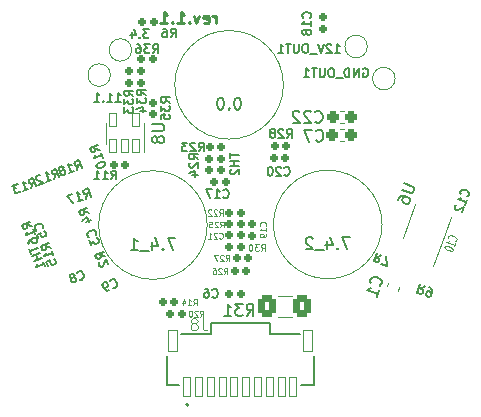
<source format=gbo>
%TF.GenerationSoftware,KiCad,Pcbnew,(6.0.5)*%
%TF.CreationDate,2022-06-17T18:07:45-04:00*%
%TF.ProjectId,Maka_BMS,4d616b61-5f42-44d5-932e-6b696361645f,rev?*%
%TF.SameCoordinates,Original*%
%TF.FileFunction,Legend,Bot*%
%TF.FilePolarity,Positive*%
%FSLAX46Y46*%
G04 Gerber Fmt 4.6, Leading zero omitted, Abs format (unit mm)*
G04 Created by KiCad (PCBNEW (6.0.5)) date 2022-06-17 18:07:45*
%MOMM*%
%LPD*%
G01*
G04 APERTURE LIST*
G04 Aperture macros list*
%AMRoundRect*
0 Rectangle with rounded corners*
0 $1 Rounding radius*
0 $2 $3 $4 $5 $6 $7 $8 $9 X,Y pos of 4 corners*
0 Add a 4 corners polygon primitive as box body*
4,1,4,$2,$3,$4,$5,$6,$7,$8,$9,$2,$3,0*
0 Add four circle primitives for the rounded corners*
1,1,$1+$1,$2,$3*
1,1,$1+$1,$4,$5*
1,1,$1+$1,$6,$7*
1,1,$1+$1,$8,$9*
0 Add four rect primitives between the rounded corners*
20,1,$1+$1,$2,$3,$4,$5,0*
20,1,$1+$1,$4,$5,$6,$7,0*
20,1,$1+$1,$6,$7,$8,$9,0*
20,1,$1+$1,$8,$9,$2,$3,0*%
G04 Aperture macros list end*
%ADD10C,0.250000*%
%ADD11C,0.125000*%
%ADD12C,0.150000*%
%ADD13C,0.120000*%
%ADD14C,0.200000*%
%ADD15RoundRect,0.197500X-0.147500X-0.172500X0.147500X-0.172500X0.147500X0.172500X-0.147500X0.172500X0*%
%ADD16RoundRect,0.197500X0.147500X0.172500X-0.147500X0.172500X-0.147500X-0.172500X0.147500X-0.172500X0*%
%ADD17RoundRect,0.197500X0.079606X0.212545X-0.197603X0.111649X-0.079606X-0.212545X0.197603X-0.111649X0*%
%ADD18RoundRect,0.197500X-0.212545X0.079606X-0.111649X-0.197603X0.212545X-0.079606X0.111649X0.197603X0*%
%ADD19RoundRect,0.197500X-0.079606X-0.212545X0.197603X-0.111649X0.079606X0.212545X-0.197603X0.111649X0*%
%ADD20C,1.600000*%
%ADD21RoundRect,0.197500X0.172500X-0.147500X0.172500X0.147500X-0.172500X0.147500X-0.172500X-0.147500X0*%
%ADD22RoundRect,0.197500X-0.172500X0.147500X-0.172500X-0.147500X0.172500X-0.147500X0.172500X0.147500X0*%
%ADD23RoundRect,0.300001X-0.462499X-0.624999X0.462499X-0.624999X0.462499X0.624999X-0.462499X0.624999X0*%
%ADD24RoundRect,0.050000X-0.300000X-0.775000X0.300000X-0.775000X0.300000X0.775000X-0.300000X0.775000X0*%
%ADD25RoundRect,0.050000X-0.400000X-0.900000X0.400000X-0.900000X0.400000X0.900000X-0.400000X0.900000X0*%
%ADD26RoundRect,0.268750X-0.165979X0.293200X-0.315613X-0.117915X0.165979X-0.293200X0.315613X0.117915X0*%
%ADD27RoundRect,0.268750X0.218750X0.256250X-0.218750X0.256250X-0.218750X-0.256250X0.218750X-0.256250X0*%
%ADD28RoundRect,0.197500X0.212545X-0.079606X0.111649X0.197603X-0.212545X0.079606X-0.111649X-0.197603X0*%
%ADD29RoundRect,0.268750X-0.218750X-0.256250X0.218750X-0.256250X0.218750X0.256250X-0.218750X0.256250X0*%
%ADD30RoundRect,0.150000X-0.119793X-0.621510X0.307732X0.553106X0.119793X0.621510X-0.307732X-0.553106X0*%
%ADD31RoundRect,0.050000X0.676700X-1.283872X1.343639X0.548529X-0.676700X1.283872X-1.343639X-0.548529X0*%
%ADD32RoundRect,0.197500X-0.111649X0.197603X-0.212545X-0.079606X0.111649X-0.197603X0.212545X0.079606X0*%
%ADD33RoundRect,0.197500X-0.197603X-0.111649X0.079606X-0.212545X0.197603X0.111649X-0.079606X0.212545X0*%
%ADD34RoundRect,0.197500X0.111649X-0.197603X0.212545X0.079606X-0.111649X0.197603X-0.212545X-0.079606X0*%
%ADD35RoundRect,0.197500X0.197603X0.111649X-0.079606X0.212545X-0.197603X-0.111649X0.079606X-0.212545X0*%
%ADD36RoundRect,0.050000X0.325000X-0.530000X0.325000X0.530000X-0.325000X0.530000X-0.325000X-0.530000X0*%
G04 APERTURE END LIST*
D10*
X150309523Y-88852380D02*
X150309523Y-88185714D01*
X150309523Y-88376190D02*
X150261904Y-88280952D01*
X150214285Y-88233333D01*
X150119047Y-88185714D01*
X150023809Y-88185714D01*
X149309523Y-88804761D02*
X149404761Y-88852380D01*
X149595238Y-88852380D01*
X149690476Y-88804761D01*
X149738095Y-88709523D01*
X149738095Y-88328571D01*
X149690476Y-88233333D01*
X149595238Y-88185714D01*
X149404761Y-88185714D01*
X149309523Y-88233333D01*
X149261904Y-88328571D01*
X149261904Y-88423809D01*
X149738095Y-88519047D01*
X148928571Y-88185714D02*
X148690476Y-88852380D01*
X148452380Y-88185714D01*
X148071428Y-88757142D02*
X148023809Y-88804761D01*
X148071428Y-88852380D01*
X148119047Y-88804761D01*
X148071428Y-88757142D01*
X148071428Y-88852380D01*
X147071428Y-88852380D02*
X147642857Y-88852380D01*
X147357142Y-88852380D02*
X147357142Y-87852380D01*
X147452380Y-87995238D01*
X147547619Y-88090476D01*
X147642857Y-88138095D01*
X146642857Y-88757142D02*
X146595238Y-88804761D01*
X146642857Y-88852380D01*
X146690476Y-88804761D01*
X146642857Y-88757142D01*
X146642857Y-88852380D01*
X145642857Y-88852380D02*
X146214285Y-88852380D01*
X145928571Y-88852380D02*
X145928571Y-87852380D01*
X146023809Y-87995238D01*
X146119047Y-88090476D01*
X146214285Y-88138095D01*
D11*
%TO.C,R14*%
X148421428Y-112726190D02*
X148588095Y-112488095D01*
X148707142Y-112726190D02*
X148707142Y-112226190D01*
X148516666Y-112226190D01*
X148469047Y-112250000D01*
X148445238Y-112273809D01*
X148421428Y-112321428D01*
X148421428Y-112392857D01*
X148445238Y-112440476D01*
X148469047Y-112464285D01*
X148516666Y-112488095D01*
X148707142Y-112488095D01*
X147945238Y-112726190D02*
X148230952Y-112726190D01*
X148088095Y-112726190D02*
X148088095Y-112226190D01*
X148135714Y-112297619D01*
X148183333Y-112345238D01*
X148230952Y-112369047D01*
X147516666Y-112392857D02*
X147516666Y-112726190D01*
X147635714Y-112202380D02*
X147754761Y-112559523D01*
X147445238Y-112559523D01*
D12*
%TO.C,R6*%
X146515000Y-90043809D02*
X146765000Y-89681904D01*
X146943571Y-90043809D02*
X146943571Y-89283809D01*
X146657857Y-89283809D01*
X146586428Y-89320000D01*
X146550714Y-89356190D01*
X146515000Y-89428571D01*
X146515000Y-89537142D01*
X146550714Y-89609523D01*
X146586428Y-89645714D01*
X146657857Y-89681904D01*
X146943571Y-89681904D01*
X145872142Y-89283809D02*
X146015000Y-89283809D01*
X146086428Y-89320000D01*
X146122142Y-89356190D01*
X146193571Y-89464761D01*
X146229285Y-89609523D01*
X146229285Y-89899047D01*
X146193571Y-89971428D01*
X146157857Y-90007619D01*
X146086428Y-90043809D01*
X145943571Y-90043809D01*
X145872142Y-90007619D01*
X145836428Y-89971428D01*
X145800714Y-89899047D01*
X145800714Y-89718095D01*
X145836428Y-89645714D01*
X145872142Y-89609523D01*
X145943571Y-89573333D01*
X146086428Y-89573333D01*
X146157857Y-89609523D01*
X146193571Y-89645714D01*
X146229285Y-89718095D01*
D11*
%TO.C,R20*%
X148996428Y-113676190D02*
X149163095Y-113438095D01*
X149282142Y-113676190D02*
X149282142Y-113176190D01*
X149091666Y-113176190D01*
X149044047Y-113200000D01*
X149020238Y-113223809D01*
X148996428Y-113271428D01*
X148996428Y-113342857D01*
X149020238Y-113390476D01*
X149044047Y-113414285D01*
X149091666Y-113438095D01*
X149282142Y-113438095D01*
X148805952Y-113223809D02*
X148782142Y-113200000D01*
X148734523Y-113176190D01*
X148615476Y-113176190D01*
X148567857Y-113200000D01*
X148544047Y-113223809D01*
X148520238Y-113271428D01*
X148520238Y-113319047D01*
X148544047Y-113390476D01*
X148829761Y-113676190D01*
X148520238Y-113676190D01*
X148210714Y-113176190D02*
X148163095Y-113176190D01*
X148115476Y-113200000D01*
X148091666Y-113223809D01*
X148067857Y-113271428D01*
X148044047Y-113366666D01*
X148044047Y-113485714D01*
X148067857Y-113580952D01*
X148091666Y-113628571D01*
X148115476Y-113652380D01*
X148163095Y-113676190D01*
X148210714Y-113676190D01*
X148258333Y-113652380D01*
X148282142Y-113628571D01*
X148305952Y-113580952D01*
X148329761Y-113485714D01*
X148329761Y-113366666D01*
X148305952Y-113271428D01*
X148282142Y-113223809D01*
X148258333Y-113200000D01*
X148210714Y-113176190D01*
D12*
%TO.C,R12*%
X136649108Y-102003921D02*
X136761881Y-101582812D01*
X137051834Y-101857341D02*
X136795318Y-101152572D01*
X136526835Y-101250292D01*
X136471929Y-101308282D01*
X136450583Y-101354058D01*
X136441453Y-101433394D01*
X136478098Y-101534075D01*
X136536089Y-101588981D01*
X136581864Y-101610326D01*
X136661200Y-101619457D01*
X136929683Y-101521737D01*
X135977899Y-102248221D02*
X136380625Y-102101641D01*
X136179262Y-102174931D02*
X135922747Y-101470162D01*
X136026513Y-101546413D01*
X136118064Y-101589104D01*
X136197399Y-101598234D01*
X135477330Y-101708293D02*
X135431555Y-101686947D01*
X135352219Y-101677817D01*
X135184417Y-101738892D01*
X135129511Y-101796882D01*
X135108165Y-101842658D01*
X135099035Y-101921994D01*
X135123465Y-101989115D01*
X135193670Y-102077581D01*
X135742976Y-102333726D01*
X135306690Y-102492521D01*
%TO.C,R13*%
X134699108Y-102793921D02*
X134811881Y-102372812D01*
X135101834Y-102647341D02*
X134845318Y-101942572D01*
X134576835Y-102040292D01*
X134521929Y-102098282D01*
X134500583Y-102144058D01*
X134491453Y-102223394D01*
X134528098Y-102324075D01*
X134586089Y-102378981D01*
X134631864Y-102400326D01*
X134711200Y-102409457D01*
X134979683Y-102311737D01*
X134027899Y-103038221D02*
X134430625Y-102891641D01*
X134229262Y-102964931D02*
X133972747Y-102260162D01*
X134076513Y-102336413D01*
X134168064Y-102379104D01*
X134247399Y-102388234D01*
X133536461Y-102418957D02*
X133100175Y-102577752D01*
X133432818Y-102760731D01*
X133332137Y-102797376D01*
X133277231Y-102855366D01*
X133255885Y-102901141D01*
X133246755Y-102980477D01*
X133307830Y-103148280D01*
X133365821Y-103203186D01*
X133411596Y-103224531D01*
X133490932Y-103233661D01*
X133692295Y-103160371D01*
X133747201Y-103102381D01*
X133768546Y-103056605D01*
%TO.C,R10*%
X140519801Y-99561642D02*
X140098692Y-99448869D01*
X140373221Y-99158916D02*
X139668452Y-99415432D01*
X139766172Y-99683915D01*
X139824162Y-99738821D01*
X139869938Y-99760167D01*
X139949274Y-99769297D01*
X140049955Y-99732652D01*
X140104861Y-99674661D01*
X140126206Y-99628886D01*
X140135337Y-99549550D01*
X140037617Y-99281067D01*
X140764101Y-100232851D02*
X140617521Y-99830125D01*
X140690811Y-100031488D02*
X139986042Y-100288003D01*
X140062293Y-100184237D01*
X140104984Y-100092686D01*
X140114114Y-100013351D01*
X140218127Y-100925652D02*
X140242557Y-100992773D01*
X140300547Y-101047679D01*
X140346323Y-101069024D01*
X140425659Y-101078155D01*
X140572116Y-101062855D01*
X140739918Y-101001780D01*
X140861945Y-100919359D01*
X140916851Y-100861369D01*
X140938196Y-100815594D01*
X140947326Y-100736258D01*
X140922896Y-100669137D01*
X140864906Y-100614231D01*
X140819130Y-100592885D01*
X140739795Y-100583755D01*
X140593338Y-100599055D01*
X140425535Y-100660130D01*
X140303509Y-100742550D01*
X140248603Y-100800540D01*
X140227257Y-100846316D01*
X140218127Y-100925652D01*
%TO.C,C9*%
X141584074Y-111233950D02*
X141629849Y-111255296D01*
X141742745Y-111252211D01*
X141809866Y-111227781D01*
X141898333Y-111157576D01*
X141941024Y-111066025D01*
X141950154Y-110986689D01*
X141934854Y-110840232D01*
X141898209Y-110739551D01*
X141815789Y-110617524D01*
X141757798Y-110562618D01*
X141666248Y-110519927D01*
X141553351Y-110523012D01*
X141486230Y-110547442D01*
X141397764Y-110617647D01*
X141376419Y-110663423D01*
X141272899Y-111423221D02*
X141138657Y-111472081D01*
X141059321Y-111462951D01*
X141013546Y-111441605D01*
X140909780Y-111365354D01*
X140827360Y-111243327D01*
X140729640Y-110974844D01*
X140738770Y-110895508D01*
X140760115Y-110849732D01*
X140815021Y-110791742D01*
X140949263Y-110742882D01*
X141028599Y-110752012D01*
X141074374Y-110773358D01*
X141132365Y-110828264D01*
X141193440Y-110996066D01*
X141184310Y-111075402D01*
X141162964Y-111121177D01*
X141108058Y-111179168D01*
X140973816Y-111228028D01*
X140894480Y-111218897D01*
X140848705Y-111197552D01*
X140790715Y-111142646D01*
%TO.C,R18*%
X138569108Y-101278921D02*
X138681881Y-100857812D01*
X138971834Y-101132341D02*
X138715318Y-100427572D01*
X138446835Y-100525292D01*
X138391929Y-100583282D01*
X138370583Y-100629058D01*
X138361453Y-100708394D01*
X138398098Y-100809075D01*
X138456089Y-100863981D01*
X138501864Y-100885326D01*
X138581200Y-100894457D01*
X138849683Y-100796737D01*
X137897899Y-101523221D02*
X138300625Y-101376641D01*
X138099262Y-101449931D02*
X137842747Y-100745162D01*
X137946513Y-100821413D01*
X138038064Y-100864104D01*
X138117399Y-100873234D01*
X137348594Y-101267076D02*
X137403500Y-101209086D01*
X137424845Y-101163310D01*
X137433975Y-101083974D01*
X137421760Y-101050414D01*
X137363770Y-100995508D01*
X137317995Y-100974162D01*
X137238659Y-100965032D01*
X137104417Y-101013892D01*
X137049511Y-101071882D01*
X137028165Y-101117658D01*
X137019035Y-101196994D01*
X137031250Y-101230554D01*
X137089240Y-101285460D01*
X137135016Y-101306806D01*
X137214352Y-101315936D01*
X137348594Y-101267076D01*
X137427930Y-101276206D01*
X137473705Y-101297552D01*
X137531695Y-101352458D01*
X137580555Y-101486700D01*
X137571425Y-101566035D01*
X137550080Y-101611811D01*
X137495174Y-101669801D01*
X137360932Y-101718661D01*
X137281596Y-101709531D01*
X137235821Y-101688186D01*
X137177830Y-101633280D01*
X137128970Y-101499038D01*
X137138101Y-101419702D01*
X137159446Y-101373926D01*
X137214352Y-101315936D01*
%TO.C,11.1*%
X141828571Y-95489285D02*
X142257142Y-95489285D01*
X142042857Y-95489285D02*
X142042857Y-94739285D01*
X142114285Y-94846428D01*
X142185714Y-94917857D01*
X142257142Y-94953571D01*
X141114285Y-95489285D02*
X141542857Y-95489285D01*
X141328571Y-95489285D02*
X141328571Y-94739285D01*
X141400000Y-94846428D01*
X141471428Y-94917857D01*
X141542857Y-94953571D01*
X140792857Y-95417857D02*
X140757142Y-95453571D01*
X140792857Y-95489285D01*
X140828571Y-95453571D01*
X140792857Y-95417857D01*
X140792857Y-95489285D01*
X140042857Y-95489285D02*
X140471428Y-95489285D01*
X140257142Y-95489285D02*
X140257142Y-94739285D01*
X140328571Y-94846428D01*
X140400000Y-94917857D01*
X140471428Y-94953571D01*
%TO.C,0.0*%
X152211904Y-95150380D02*
X152116666Y-95150380D01*
X152021428Y-95198000D01*
X151973809Y-95245619D01*
X151926190Y-95340857D01*
X151878571Y-95531333D01*
X151878571Y-95769428D01*
X151926190Y-95959904D01*
X151973809Y-96055142D01*
X152021428Y-96102761D01*
X152116666Y-96150380D01*
X152211904Y-96150380D01*
X152307142Y-96102761D01*
X152354761Y-96055142D01*
X152402380Y-95959904D01*
X152450000Y-95769428D01*
X152450000Y-95531333D01*
X152402380Y-95340857D01*
X152354761Y-95245619D01*
X152307142Y-95198000D01*
X152211904Y-95150380D01*
X151450000Y-96055142D02*
X151402380Y-96102761D01*
X151450000Y-96150380D01*
X151497619Y-96102761D01*
X151450000Y-96055142D01*
X151450000Y-96150380D01*
X150783333Y-95150380D02*
X150688095Y-95150380D01*
X150592857Y-95198000D01*
X150545238Y-95245619D01*
X150497619Y-95340857D01*
X150450000Y-95531333D01*
X150450000Y-95769428D01*
X150497619Y-95959904D01*
X150545238Y-96055142D01*
X150592857Y-96102761D01*
X150688095Y-96150380D01*
X150783333Y-96150380D01*
X150878571Y-96102761D01*
X150926190Y-96055142D01*
X150973809Y-95959904D01*
X151021428Y-95769428D01*
X151021428Y-95531333D01*
X150973809Y-95340857D01*
X150926190Y-95245619D01*
X150878571Y-95198000D01*
X150783333Y-95150380D01*
%TO.C,R23*%
X148867142Y-99689285D02*
X149117142Y-99332142D01*
X149295714Y-99689285D02*
X149295714Y-98939285D01*
X149010000Y-98939285D01*
X148938571Y-98975000D01*
X148902857Y-99010714D01*
X148867142Y-99082142D01*
X148867142Y-99189285D01*
X148902857Y-99260714D01*
X148938571Y-99296428D01*
X149010000Y-99332142D01*
X149295714Y-99332142D01*
X148581428Y-99010714D02*
X148545714Y-98975000D01*
X148474285Y-98939285D01*
X148295714Y-98939285D01*
X148224285Y-98975000D01*
X148188571Y-99010714D01*
X148152857Y-99082142D01*
X148152857Y-99153571D01*
X148188571Y-99260714D01*
X148617142Y-99689285D01*
X148152857Y-99689285D01*
X147902857Y-98939285D02*
X147438571Y-98939285D01*
X147688571Y-99225000D01*
X147581428Y-99225000D01*
X147510000Y-99260714D01*
X147474285Y-99296428D01*
X147438571Y-99367857D01*
X147438571Y-99546428D01*
X147474285Y-99617857D01*
X147510000Y-99653571D01*
X147581428Y-99689285D01*
X147795714Y-99689285D01*
X147867142Y-99653571D01*
X147902857Y-99617857D01*
%TO.C,R24*%
X148839285Y-100367857D02*
X148482142Y-100117857D01*
X148839285Y-99939285D02*
X148089285Y-99939285D01*
X148089285Y-100225000D01*
X148125000Y-100296428D01*
X148160714Y-100332142D01*
X148232142Y-100367857D01*
X148339285Y-100367857D01*
X148410714Y-100332142D01*
X148446428Y-100296428D01*
X148482142Y-100225000D01*
X148482142Y-99939285D01*
X148160714Y-100653571D02*
X148125000Y-100689285D01*
X148089285Y-100760714D01*
X148089285Y-100939285D01*
X148125000Y-101010714D01*
X148160714Y-101046428D01*
X148232142Y-101082142D01*
X148303571Y-101082142D01*
X148410714Y-101046428D01*
X148839285Y-100617857D01*
X148839285Y-101082142D01*
X148339285Y-101725000D02*
X148839285Y-101725000D01*
X148053571Y-101546428D02*
X148589285Y-101367857D01*
X148589285Y-101832142D01*
%TO.C,C17*%
X150967142Y-103567857D02*
X151002857Y-103603571D01*
X151110000Y-103639285D01*
X151181428Y-103639285D01*
X151288571Y-103603571D01*
X151360000Y-103532142D01*
X151395714Y-103460714D01*
X151431428Y-103317857D01*
X151431428Y-103210714D01*
X151395714Y-103067857D01*
X151360000Y-102996428D01*
X151288571Y-102925000D01*
X151181428Y-102889285D01*
X151110000Y-102889285D01*
X151002857Y-102925000D01*
X150967142Y-102960714D01*
X150252857Y-103639285D02*
X150681428Y-103639285D01*
X150467142Y-103639285D02*
X150467142Y-102889285D01*
X150538571Y-102996428D01*
X150610000Y-103067857D01*
X150681428Y-103103571D01*
X150002857Y-102889285D02*
X149502857Y-102889285D01*
X149824285Y-103639285D01*
%TO.C,TH2*%
X151539285Y-99785714D02*
X151539285Y-100214285D01*
X152289285Y-100000000D02*
X151539285Y-100000000D01*
X152289285Y-100464285D02*
X151539285Y-100464285D01*
X151896428Y-100464285D02*
X151896428Y-100892857D01*
X152289285Y-100892857D02*
X151539285Y-100892857D01*
X151610714Y-101214285D02*
X151575000Y-101250000D01*
X151539285Y-101321428D01*
X151539285Y-101500000D01*
X151575000Y-101571428D01*
X151610714Y-101607142D01*
X151682142Y-101642857D01*
X151753571Y-101642857D01*
X151860714Y-101607142D01*
X152289285Y-101178571D01*
X152289285Y-101642857D01*
%TO.C,12V_OUT1*%
X160378571Y-91339285D02*
X160807142Y-91339285D01*
X160592857Y-91339285D02*
X160592857Y-90589285D01*
X160664285Y-90696428D01*
X160735714Y-90767857D01*
X160807142Y-90803571D01*
X160092857Y-90660714D02*
X160057142Y-90625000D01*
X159985714Y-90589285D01*
X159807142Y-90589285D01*
X159735714Y-90625000D01*
X159700000Y-90660714D01*
X159664285Y-90732142D01*
X159664285Y-90803571D01*
X159700000Y-90910714D01*
X160128571Y-91339285D01*
X159664285Y-91339285D01*
X159450000Y-90589285D02*
X159200000Y-91339285D01*
X158950000Y-90589285D01*
X158878571Y-91410714D02*
X158307142Y-91410714D01*
X157985714Y-90589285D02*
X157842857Y-90589285D01*
X157771428Y-90625000D01*
X157700000Y-90696428D01*
X157664285Y-90839285D01*
X157664285Y-91089285D01*
X157700000Y-91232142D01*
X157771428Y-91303571D01*
X157842857Y-91339285D01*
X157985714Y-91339285D01*
X158057142Y-91303571D01*
X158128571Y-91232142D01*
X158164285Y-91089285D01*
X158164285Y-90839285D01*
X158128571Y-90696428D01*
X158057142Y-90625000D01*
X157985714Y-90589285D01*
X157342857Y-90589285D02*
X157342857Y-91196428D01*
X157307142Y-91267857D01*
X157271428Y-91303571D01*
X157200000Y-91339285D01*
X157057142Y-91339285D01*
X156985714Y-91303571D01*
X156950000Y-91267857D01*
X156914285Y-91196428D01*
X156914285Y-90589285D01*
X156664285Y-90589285D02*
X156235714Y-90589285D01*
X156450000Y-91339285D02*
X156450000Y-90589285D01*
X155592857Y-91339285D02*
X156021428Y-91339285D01*
X155807142Y-91339285D02*
X155807142Y-90589285D01*
X155878571Y-90696428D01*
X155950000Y-90767857D01*
X156021428Y-90803571D01*
%TO.C,GND_OUT1*%
X162785714Y-92675000D02*
X162857142Y-92639285D01*
X162964285Y-92639285D01*
X163071428Y-92675000D01*
X163142857Y-92746428D01*
X163178571Y-92817857D01*
X163214285Y-92960714D01*
X163214285Y-93067857D01*
X163178571Y-93210714D01*
X163142857Y-93282142D01*
X163071428Y-93353571D01*
X162964285Y-93389285D01*
X162892857Y-93389285D01*
X162785714Y-93353571D01*
X162750000Y-93317857D01*
X162750000Y-93067857D01*
X162892857Y-93067857D01*
X162428571Y-93389285D02*
X162428571Y-92639285D01*
X162000000Y-93389285D01*
X162000000Y-92639285D01*
X161642857Y-93389285D02*
X161642857Y-92639285D01*
X161464285Y-92639285D01*
X161357142Y-92675000D01*
X161285714Y-92746428D01*
X161250000Y-92817857D01*
X161214285Y-92960714D01*
X161214285Y-93067857D01*
X161250000Y-93210714D01*
X161285714Y-93282142D01*
X161357142Y-93353571D01*
X161464285Y-93389285D01*
X161642857Y-93389285D01*
X161071428Y-93460714D02*
X160500000Y-93460714D01*
X160178571Y-92639285D02*
X160035714Y-92639285D01*
X159964285Y-92675000D01*
X159892857Y-92746428D01*
X159857142Y-92889285D01*
X159857142Y-93139285D01*
X159892857Y-93282142D01*
X159964285Y-93353571D01*
X160035714Y-93389285D01*
X160178571Y-93389285D01*
X160250000Y-93353571D01*
X160321428Y-93282142D01*
X160357142Y-93139285D01*
X160357142Y-92889285D01*
X160321428Y-92746428D01*
X160250000Y-92675000D01*
X160178571Y-92639285D01*
X159535714Y-92639285D02*
X159535714Y-93246428D01*
X159500000Y-93317857D01*
X159464285Y-93353571D01*
X159392857Y-93389285D01*
X159250000Y-93389285D01*
X159178571Y-93353571D01*
X159142857Y-93317857D01*
X159107142Y-93246428D01*
X159107142Y-92639285D01*
X158857142Y-92639285D02*
X158428571Y-92639285D01*
X158642857Y-93389285D02*
X158642857Y-92639285D01*
X157785714Y-93389285D02*
X158214285Y-93389285D01*
X158000000Y-93389285D02*
X158000000Y-92639285D01*
X158071428Y-92746428D01*
X158142857Y-92817857D01*
X158214285Y-92853571D01*
%TO.C,R2*%
X140976071Y-108566495D02*
X140554962Y-108453722D01*
X140829491Y-108163770D02*
X140124722Y-108420285D01*
X140222442Y-108688769D01*
X140280432Y-108743675D01*
X140326208Y-108765020D01*
X140405544Y-108774150D01*
X140506225Y-108737505D01*
X140561131Y-108679515D01*
X140582476Y-108633740D01*
X140591607Y-108554404D01*
X140493887Y-108285920D01*
X140436143Y-109067064D02*
X140414797Y-109112840D01*
X140405667Y-109192175D01*
X140466742Y-109359978D01*
X140524732Y-109414884D01*
X140570508Y-109436229D01*
X140649844Y-109445359D01*
X140716965Y-109420929D01*
X140805431Y-109350724D01*
X141061576Y-108801419D01*
X141220371Y-109237704D01*
%TO.C,R31*%
X152942857Y-113602380D02*
X153276190Y-113126190D01*
X153514285Y-113602380D02*
X153514285Y-112602380D01*
X153133333Y-112602380D01*
X153038095Y-112650000D01*
X152990476Y-112697619D01*
X152942857Y-112792857D01*
X152942857Y-112935714D01*
X152990476Y-113030952D01*
X153038095Y-113078571D01*
X153133333Y-113126190D01*
X153514285Y-113126190D01*
X152609523Y-112602380D02*
X151990476Y-112602380D01*
X152323809Y-112983333D01*
X152180952Y-112983333D01*
X152085714Y-113030952D01*
X152038095Y-113078571D01*
X151990476Y-113173809D01*
X151990476Y-113411904D01*
X152038095Y-113507142D01*
X152085714Y-113554761D01*
X152180952Y-113602380D01*
X152466666Y-113602380D01*
X152561904Y-113554761D01*
X152609523Y-113507142D01*
X151038095Y-113602380D02*
X151609523Y-113602380D01*
X151323809Y-113602380D02*
X151323809Y-112602380D01*
X151419047Y-112745238D01*
X151514285Y-112840476D01*
X151609523Y-112888095D01*
%TO.C,3.4*%
X144655714Y-89349285D02*
X144191428Y-89349285D01*
X144441428Y-89635000D01*
X144334285Y-89635000D01*
X144262857Y-89670714D01*
X144227142Y-89706428D01*
X144191428Y-89777857D01*
X144191428Y-89956428D01*
X144227142Y-90027857D01*
X144262857Y-90063571D01*
X144334285Y-90099285D01*
X144548571Y-90099285D01*
X144620000Y-90063571D01*
X144655714Y-90027857D01*
X143870000Y-90027857D02*
X143834285Y-90063571D01*
X143870000Y-90099285D01*
X143905714Y-90063571D01*
X143870000Y-90027857D01*
X143870000Y-90099285D01*
X143191428Y-89599285D02*
X143191428Y-90099285D01*
X143370000Y-89313571D02*
X143548571Y-89849285D01*
X143084285Y-89849285D01*
D11*
%TO.C,R27*%
X151171428Y-108976190D02*
X151338095Y-108738095D01*
X151457142Y-108976190D02*
X151457142Y-108476190D01*
X151266666Y-108476190D01*
X151219047Y-108500000D01*
X151195238Y-108523809D01*
X151171428Y-108571428D01*
X151171428Y-108642857D01*
X151195238Y-108690476D01*
X151219047Y-108714285D01*
X151266666Y-108738095D01*
X151457142Y-108738095D01*
X150980952Y-108523809D02*
X150957142Y-108500000D01*
X150909523Y-108476190D01*
X150790476Y-108476190D01*
X150742857Y-108500000D01*
X150719047Y-108523809D01*
X150695238Y-108571428D01*
X150695238Y-108619047D01*
X150719047Y-108690476D01*
X151004761Y-108976190D01*
X150695238Y-108976190D01*
X150528571Y-108476190D02*
X150195238Y-108476190D01*
X150409523Y-108976190D01*
%TO.C,J8*%
X149208333Y-113827380D02*
X149208333Y-114541666D01*
X149255952Y-114684523D01*
X149351190Y-114779761D01*
X149494047Y-114827380D01*
X149589285Y-114827380D01*
X148589285Y-114255952D02*
X148684523Y-114208333D01*
X148732142Y-114160714D01*
X148779761Y-114065476D01*
X148779761Y-114017857D01*
X148732142Y-113922619D01*
X148684523Y-113875000D01*
X148589285Y-113827380D01*
X148398809Y-113827380D01*
X148303571Y-113875000D01*
X148255952Y-113922619D01*
X148208333Y-114017857D01*
X148208333Y-114065476D01*
X148255952Y-114160714D01*
X148303571Y-114208333D01*
X148398809Y-114255952D01*
X148589285Y-114255952D01*
X148684523Y-114303571D01*
X148732142Y-114351190D01*
X148779761Y-114446428D01*
X148779761Y-114636904D01*
X148732142Y-114732142D01*
X148684523Y-114779761D01*
X148589285Y-114827380D01*
X148398809Y-114827380D01*
X148303571Y-114779761D01*
X148255952Y-114732142D01*
X148208333Y-114636904D01*
X148208333Y-114446428D01*
X148255952Y-114351190D01*
X148303571Y-114303571D01*
X148398809Y-114255952D01*
D12*
%TO.C,C6*%
X150025000Y-112017857D02*
X150060714Y-112053571D01*
X150167857Y-112089285D01*
X150239285Y-112089285D01*
X150346428Y-112053571D01*
X150417857Y-111982142D01*
X150453571Y-111910714D01*
X150489285Y-111767857D01*
X150489285Y-111660714D01*
X150453571Y-111517857D01*
X150417857Y-111446428D01*
X150346428Y-111375000D01*
X150239285Y-111339285D01*
X150167857Y-111339285D01*
X150060714Y-111375000D01*
X150025000Y-111410714D01*
X149382142Y-111339285D02*
X149525000Y-111339285D01*
X149596428Y-111375000D01*
X149632142Y-111410714D01*
X149703571Y-111517857D01*
X149739285Y-111660714D01*
X149739285Y-111946428D01*
X149703571Y-112017857D01*
X149667857Y-112053571D01*
X149596428Y-112089285D01*
X149453571Y-112089285D01*
X149382142Y-112053571D01*
X149346428Y-112017857D01*
X149310714Y-111946428D01*
X149310714Y-111767857D01*
X149346428Y-111696428D01*
X149382142Y-111660714D01*
X149453571Y-111625000D01*
X149596428Y-111625000D01*
X149667857Y-111660714D01*
X149703571Y-111696428D01*
X149739285Y-111767857D01*
%TO.C,C1*%
X164192607Y-111065534D02*
X164253641Y-111037074D01*
X164347249Y-110919118D01*
X164379822Y-110829624D01*
X164383935Y-110679095D01*
X164327014Y-110557027D01*
X164253806Y-110479707D01*
X164091103Y-110369813D01*
X163956861Y-110320953D01*
X163761586Y-110300553D01*
X163655804Y-110312727D01*
X163533737Y-110369649D01*
X163440129Y-110487604D01*
X163407556Y-110577098D01*
X163403443Y-110727627D01*
X163431904Y-110788661D01*
X163956368Y-111993053D02*
X164151809Y-111456086D01*
X164054088Y-111724569D02*
X163114396Y-111382549D01*
X163281211Y-111341915D01*
X163403279Y-111284993D01*
X163480599Y-111211786D01*
D11*
%TO.C,C19*%
X154546428Y-105978571D02*
X154572619Y-105954761D01*
X154598809Y-105883333D01*
X154598809Y-105835714D01*
X154572619Y-105764285D01*
X154520238Y-105716666D01*
X154467857Y-105692857D01*
X154363095Y-105669047D01*
X154284523Y-105669047D01*
X154179761Y-105692857D01*
X154127380Y-105716666D01*
X154075000Y-105764285D01*
X154048809Y-105835714D01*
X154048809Y-105883333D01*
X154075000Y-105954761D01*
X154101190Y-105978571D01*
X154598809Y-106454761D02*
X154598809Y-106169047D01*
X154598809Y-106311904D02*
X154048809Y-106311904D01*
X154127380Y-106264285D01*
X154179761Y-106216666D01*
X154205952Y-106169047D01*
X154598809Y-106692857D02*
X154598809Y-106788095D01*
X154572619Y-106835714D01*
X154546428Y-106859523D01*
X154467857Y-106907142D01*
X154363095Y-106930952D01*
X154153571Y-106930952D01*
X154101190Y-106907142D01*
X154075000Y-106883333D01*
X154048809Y-106835714D01*
X154048809Y-106740476D01*
X154075000Y-106692857D01*
X154101190Y-106669047D01*
X154153571Y-106645238D01*
X154284523Y-106645238D01*
X154336904Y-106669047D01*
X154363095Y-106692857D01*
X154389285Y-106740476D01*
X154389285Y-106835714D01*
X154363095Y-106883333D01*
X154336904Y-106907142D01*
X154284523Y-106930952D01*
%TO.C,C21*%
X150621428Y-107028571D02*
X150645238Y-107052380D01*
X150716666Y-107076190D01*
X150764285Y-107076190D01*
X150835714Y-107052380D01*
X150883333Y-107004761D01*
X150907142Y-106957142D01*
X150930952Y-106861904D01*
X150930952Y-106790476D01*
X150907142Y-106695238D01*
X150883333Y-106647619D01*
X150835714Y-106600000D01*
X150764285Y-106576190D01*
X150716666Y-106576190D01*
X150645238Y-106600000D01*
X150621428Y-106623809D01*
X150430952Y-106623809D02*
X150407142Y-106600000D01*
X150359523Y-106576190D01*
X150240476Y-106576190D01*
X150192857Y-106600000D01*
X150169047Y-106623809D01*
X150145238Y-106671428D01*
X150145238Y-106719047D01*
X150169047Y-106790476D01*
X150454761Y-107076190D01*
X150145238Y-107076190D01*
X149669047Y-107076190D02*
X149954761Y-107076190D01*
X149811904Y-107076190D02*
X149811904Y-106576190D01*
X149859523Y-106647619D01*
X149907142Y-106695238D01*
X149954761Y-106719047D01*
%TO.C,R30*%
X154153571Y-108098809D02*
X154336904Y-107836904D01*
X154467857Y-108098809D02*
X154467857Y-107548809D01*
X154258333Y-107548809D01*
X154205952Y-107575000D01*
X154179761Y-107601190D01*
X154153571Y-107653571D01*
X154153571Y-107732142D01*
X154179761Y-107784523D01*
X154205952Y-107810714D01*
X154258333Y-107836904D01*
X154467857Y-107836904D01*
X153970238Y-107548809D02*
X153629761Y-107548809D01*
X153813095Y-107758333D01*
X153734523Y-107758333D01*
X153682142Y-107784523D01*
X153655952Y-107810714D01*
X153629761Y-107863095D01*
X153629761Y-107994047D01*
X153655952Y-108046428D01*
X153682142Y-108072619D01*
X153734523Y-108098809D01*
X153891666Y-108098809D01*
X153944047Y-108072619D01*
X153970238Y-108046428D01*
X153289285Y-107548809D02*
X153236904Y-107548809D01*
X153184523Y-107575000D01*
X153158333Y-107601190D01*
X153132142Y-107653571D01*
X153105952Y-107758333D01*
X153105952Y-107889285D01*
X153132142Y-107994047D01*
X153158333Y-108046428D01*
X153184523Y-108072619D01*
X153236904Y-108098809D01*
X153289285Y-108098809D01*
X153341666Y-108072619D01*
X153367857Y-108046428D01*
X153394047Y-107994047D01*
X153420238Y-107889285D01*
X153420238Y-107758333D01*
X153394047Y-107653571D01*
X153367857Y-107601190D01*
X153341666Y-107575000D01*
X153289285Y-107548809D01*
%TO.C,R25*%
X150696428Y-106126190D02*
X150863095Y-105888095D01*
X150982142Y-106126190D02*
X150982142Y-105626190D01*
X150791666Y-105626190D01*
X150744047Y-105650000D01*
X150720238Y-105673809D01*
X150696428Y-105721428D01*
X150696428Y-105792857D01*
X150720238Y-105840476D01*
X150744047Y-105864285D01*
X150791666Y-105888095D01*
X150982142Y-105888095D01*
X150505952Y-105673809D02*
X150482142Y-105650000D01*
X150434523Y-105626190D01*
X150315476Y-105626190D01*
X150267857Y-105650000D01*
X150244047Y-105673809D01*
X150220238Y-105721428D01*
X150220238Y-105769047D01*
X150244047Y-105840476D01*
X150529761Y-106126190D01*
X150220238Y-106126190D01*
X149767857Y-105626190D02*
X150005952Y-105626190D01*
X150029761Y-105864285D01*
X150005952Y-105840476D01*
X149958333Y-105816666D01*
X149839285Y-105816666D01*
X149791666Y-105840476D01*
X149767857Y-105864285D01*
X149744047Y-105911904D01*
X149744047Y-106030952D01*
X149767857Y-106078571D01*
X149791666Y-106102380D01*
X149839285Y-106126190D01*
X149958333Y-106126190D01*
X150005952Y-106102380D01*
X150029761Y-106078571D01*
%TO.C,R22*%
X150621428Y-105148809D02*
X150788095Y-104886904D01*
X150907142Y-105148809D02*
X150907142Y-104598809D01*
X150716666Y-104598809D01*
X150669047Y-104625000D01*
X150645238Y-104651190D01*
X150621428Y-104703571D01*
X150621428Y-104782142D01*
X150645238Y-104834523D01*
X150669047Y-104860714D01*
X150716666Y-104886904D01*
X150907142Y-104886904D01*
X150430952Y-104651190D02*
X150407142Y-104625000D01*
X150359523Y-104598809D01*
X150240476Y-104598809D01*
X150192857Y-104625000D01*
X150169047Y-104651190D01*
X150145238Y-104703571D01*
X150145238Y-104755952D01*
X150169047Y-104834523D01*
X150454761Y-105148809D01*
X150145238Y-105148809D01*
X149954761Y-104651190D02*
X149930952Y-104625000D01*
X149883333Y-104598809D01*
X149764285Y-104598809D01*
X149716666Y-104625000D01*
X149692857Y-104651190D01*
X149669047Y-104703571D01*
X149669047Y-104755952D01*
X149692857Y-104834523D01*
X149978571Y-105148809D01*
X149669047Y-105148809D01*
%TO.C,R26*%
X151021428Y-110076190D02*
X151188095Y-109838095D01*
X151307142Y-110076190D02*
X151307142Y-109576190D01*
X151116666Y-109576190D01*
X151069047Y-109600000D01*
X151045238Y-109623809D01*
X151021428Y-109671428D01*
X151021428Y-109742857D01*
X151045238Y-109790476D01*
X151069047Y-109814285D01*
X151116666Y-109838095D01*
X151307142Y-109838095D01*
X150830952Y-109623809D02*
X150807142Y-109600000D01*
X150759523Y-109576190D01*
X150640476Y-109576190D01*
X150592857Y-109600000D01*
X150569047Y-109623809D01*
X150545238Y-109671428D01*
X150545238Y-109719047D01*
X150569047Y-109790476D01*
X150854761Y-110076190D01*
X150545238Y-110076190D01*
X150116666Y-109576190D02*
X150211904Y-109576190D01*
X150259523Y-109600000D01*
X150283333Y-109623809D01*
X150330952Y-109695238D01*
X150354761Y-109790476D01*
X150354761Y-109980952D01*
X150330952Y-110028571D01*
X150307142Y-110052380D01*
X150259523Y-110076190D01*
X150164285Y-110076190D01*
X150116666Y-110052380D01*
X150092857Y-110028571D01*
X150069047Y-109980952D01*
X150069047Y-109861904D01*
X150092857Y-109814285D01*
X150116666Y-109790476D01*
X150164285Y-109766666D01*
X150259523Y-109766666D01*
X150307142Y-109790476D01*
X150330952Y-109814285D01*
X150354761Y-109861904D01*
D12*
%TO.C,C22*%
X158742857Y-97157142D02*
X158790476Y-97204761D01*
X158933333Y-97252380D01*
X159028571Y-97252380D01*
X159171428Y-97204761D01*
X159266666Y-97109523D01*
X159314285Y-97014285D01*
X159361904Y-96823809D01*
X159361904Y-96680952D01*
X159314285Y-96490476D01*
X159266666Y-96395238D01*
X159171428Y-96300000D01*
X159028571Y-96252380D01*
X158933333Y-96252380D01*
X158790476Y-96300000D01*
X158742857Y-96347619D01*
X158361904Y-96347619D02*
X158314285Y-96300000D01*
X158219047Y-96252380D01*
X157980952Y-96252380D01*
X157885714Y-96300000D01*
X157838095Y-96347619D01*
X157790476Y-96442857D01*
X157790476Y-96538095D01*
X157838095Y-96680952D01*
X158409523Y-97252380D01*
X157790476Y-97252380D01*
X157409523Y-96347619D02*
X157361904Y-96300000D01*
X157266666Y-96252380D01*
X157028571Y-96252380D01*
X156933333Y-96300000D01*
X156885714Y-96347619D01*
X156838095Y-96442857D01*
X156838095Y-96538095D01*
X156885714Y-96680952D01*
X157457142Y-97252380D01*
X156838095Y-97252380D01*
%TO.C,7.4_1*%
X146904761Y-107025380D02*
X146238095Y-107025380D01*
X146666666Y-108025380D01*
X145857142Y-107930142D02*
X145809523Y-107977761D01*
X145857142Y-108025380D01*
X145904761Y-107977761D01*
X145857142Y-107930142D01*
X145857142Y-108025380D01*
X144952380Y-107358714D02*
X144952380Y-108025380D01*
X145190476Y-106977761D02*
X145428571Y-107692047D01*
X144809523Y-107692047D01*
X144666666Y-108120619D02*
X143904761Y-108120619D01*
X143142857Y-108025380D02*
X143714285Y-108025380D01*
X143428571Y-108025380D02*
X143428571Y-107025380D01*
X143523809Y-107168238D01*
X143619047Y-107263476D01*
X143714285Y-107311095D01*
%TO.C,TH1*%
X134534249Y-107934340D02*
X134680829Y-108337065D01*
X135312309Y-107879187D02*
X134607539Y-108135703D01*
X135471104Y-108315473D02*
X134766334Y-108571988D01*
X135101939Y-108449838D02*
X135248519Y-108852564D01*
X135617684Y-108718199D02*
X134912914Y-108974714D01*
X135874199Y-109422968D02*
X135727619Y-109020243D01*
X135800909Y-109221606D02*
X135096139Y-109478121D01*
X135172391Y-109374355D01*
X135215082Y-109282804D01*
X135224212Y-109203468D01*
%TO.C,R17*%
X139319108Y-103678921D02*
X139431881Y-103257812D01*
X139721834Y-103532341D02*
X139465318Y-102827572D01*
X139196835Y-102925292D01*
X139141929Y-102983282D01*
X139120583Y-103029058D01*
X139111453Y-103108394D01*
X139148098Y-103209075D01*
X139206089Y-103263981D01*
X139251864Y-103285326D01*
X139331200Y-103294457D01*
X139599683Y-103196737D01*
X138647899Y-103923221D02*
X139050625Y-103776641D01*
X138849262Y-103849931D02*
X138592747Y-103145162D01*
X138696513Y-103221413D01*
X138788064Y-103264104D01*
X138867399Y-103273234D01*
X138156461Y-103303957D02*
X137686615Y-103474967D01*
X138245174Y-104069801D01*
%TO.C,R11*%
X141462142Y-102059285D02*
X141712142Y-101702142D01*
X141890714Y-102059285D02*
X141890714Y-101309285D01*
X141605000Y-101309285D01*
X141533571Y-101345000D01*
X141497857Y-101380714D01*
X141462142Y-101452142D01*
X141462142Y-101559285D01*
X141497857Y-101630714D01*
X141533571Y-101666428D01*
X141605000Y-101702142D01*
X141890714Y-101702142D01*
X140747857Y-102059285D02*
X141176428Y-102059285D01*
X140962142Y-102059285D02*
X140962142Y-101309285D01*
X141033571Y-101416428D01*
X141105000Y-101487857D01*
X141176428Y-101523571D01*
X140033571Y-102059285D02*
X140462142Y-102059285D01*
X140247857Y-102059285D02*
X140247857Y-101309285D01*
X140319285Y-101416428D01*
X140390714Y-101487857D01*
X140462142Y-101523571D01*
%TO.C,C8*%
X138803323Y-110524830D02*
X138849098Y-110546176D01*
X138961994Y-110543091D01*
X139029115Y-110518661D01*
X139117582Y-110448456D01*
X139160273Y-110356905D01*
X139169403Y-110277569D01*
X139154103Y-110131112D01*
X139117458Y-110030431D01*
X139035038Y-109908404D01*
X138977047Y-109853498D01*
X138885497Y-109810807D01*
X138772600Y-109813892D01*
X138705479Y-109838322D01*
X138617013Y-109908527D01*
X138595668Y-109954303D01*
X138278447Y-110335806D02*
X138333353Y-110277815D01*
X138354698Y-110232040D01*
X138363829Y-110152704D01*
X138351614Y-110119144D01*
X138293623Y-110064238D01*
X138247848Y-110042892D01*
X138168512Y-110033762D01*
X138034270Y-110082622D01*
X137979364Y-110140612D01*
X137958019Y-110186388D01*
X137948889Y-110265724D01*
X137961104Y-110299284D01*
X138019094Y-110354190D01*
X138064869Y-110375535D01*
X138144205Y-110384666D01*
X138278447Y-110335806D01*
X138357783Y-110344936D01*
X138403559Y-110366282D01*
X138461549Y-110421188D01*
X138510409Y-110555430D01*
X138501279Y-110634765D01*
X138479933Y-110680541D01*
X138425027Y-110738531D01*
X138290785Y-110787391D01*
X138211450Y-110778261D01*
X138165674Y-110756915D01*
X138107684Y-110702010D01*
X138058824Y-110567768D01*
X138067954Y-110488432D01*
X138089299Y-110442656D01*
X138144205Y-110384666D01*
%TO.C,C5*%
X135708950Y-106190925D02*
X135730296Y-106145150D01*
X135727211Y-106032254D01*
X135702781Y-105965133D01*
X135632576Y-105876666D01*
X135541025Y-105833975D01*
X135461689Y-105824845D01*
X135315232Y-105840145D01*
X135214551Y-105876790D01*
X135092524Y-105959210D01*
X135037618Y-106017201D01*
X134994927Y-106108751D01*
X134998012Y-106221648D01*
X135022442Y-106288769D01*
X135092647Y-106377235D01*
X135138423Y-106398580D01*
X135303387Y-107060659D02*
X135181237Y-106725055D01*
X135504626Y-106569344D01*
X135483281Y-106615119D01*
X135474150Y-106694455D01*
X135535225Y-106862258D01*
X135593216Y-106917164D01*
X135638991Y-106938509D01*
X135718327Y-106947639D01*
X135886130Y-106886564D01*
X135941035Y-106828574D01*
X135962381Y-106782798D01*
X135971511Y-106703463D01*
X135910436Y-106535660D01*
X135852446Y-106480754D01*
X135806670Y-106459409D01*
%TO.C,C3*%
X140158950Y-106740925D02*
X140180296Y-106695150D01*
X140177211Y-106582254D01*
X140152781Y-106515133D01*
X140082576Y-106426666D01*
X139991025Y-106383975D01*
X139911689Y-106374845D01*
X139765232Y-106390145D01*
X139664551Y-106426790D01*
X139542524Y-106509210D01*
X139487618Y-106567201D01*
X139444927Y-106658751D01*
X139448012Y-106771648D01*
X139472442Y-106838769D01*
X139542647Y-106927235D01*
X139588423Y-106948580D01*
X139606807Y-107207934D02*
X139765602Y-107644219D01*
X139948580Y-107311576D01*
X139985225Y-107412258D01*
X140043216Y-107467164D01*
X140088991Y-107488509D01*
X140168327Y-107497639D01*
X140336130Y-107436564D01*
X140391035Y-107378574D01*
X140412381Y-107332798D01*
X140421511Y-107253463D01*
X140348221Y-107052100D01*
X140290231Y-106997194D01*
X140244455Y-106975849D01*
%TO.C,C7*%
X158816666Y-98757142D02*
X158864285Y-98804761D01*
X159007142Y-98852380D01*
X159102380Y-98852380D01*
X159245238Y-98804761D01*
X159340476Y-98709523D01*
X159388095Y-98614285D01*
X159435714Y-98423809D01*
X159435714Y-98280952D01*
X159388095Y-98090476D01*
X159340476Y-97995238D01*
X159245238Y-97900000D01*
X159102380Y-97852380D01*
X159007142Y-97852380D01*
X158864285Y-97900000D01*
X158816666Y-97947619D01*
X158483333Y-97852380D02*
X157816666Y-97852380D01*
X158245238Y-98852380D01*
%TO.C,R16*%
X134753922Y-106030891D02*
X134332813Y-105918118D01*
X134607342Y-105628165D02*
X133902573Y-105884681D01*
X134000293Y-106153164D01*
X134058283Y-106208070D01*
X134104059Y-106229416D01*
X134183395Y-106238546D01*
X134284076Y-106201901D01*
X134338982Y-106143910D01*
X134360327Y-106098135D01*
X134369458Y-106018799D01*
X134271738Y-105750316D01*
X134998222Y-106702100D02*
X134851642Y-106299374D01*
X134924932Y-106500737D02*
X134220163Y-106757252D01*
X134296414Y-106653486D01*
X134339105Y-106561935D01*
X134348235Y-106482600D01*
X134513323Y-107562703D02*
X134464463Y-107428461D01*
X134473593Y-107349125D01*
X134494939Y-107303350D01*
X134571190Y-107199584D01*
X134693217Y-107117164D01*
X134961701Y-107019444D01*
X135041036Y-107028574D01*
X135086812Y-107049919D01*
X135144802Y-107104825D01*
X135193662Y-107239067D01*
X135184532Y-107318403D01*
X135163187Y-107364178D01*
X135108281Y-107422169D01*
X134940478Y-107483244D01*
X134861142Y-107474114D01*
X134815367Y-107452768D01*
X134757377Y-107397862D01*
X134708517Y-107263620D01*
X134717647Y-107184284D01*
X134738992Y-107138509D01*
X134793898Y-107080519D01*
%TO.C,R15*%
X136338041Y-107825140D02*
X135916932Y-107712367D01*
X136191461Y-107422414D02*
X135486692Y-107678930D01*
X135584412Y-107947413D01*
X135642402Y-108002319D01*
X135688178Y-108023665D01*
X135767514Y-108032795D01*
X135868195Y-107996150D01*
X135923101Y-107938159D01*
X135944446Y-107892384D01*
X135953577Y-107813048D01*
X135855857Y-107544565D01*
X136582341Y-108496349D02*
X136435761Y-108093623D01*
X136509051Y-108294986D02*
X135804282Y-108551501D01*
X135880533Y-108447735D01*
X135923224Y-108356184D01*
X135932354Y-108276849D01*
X136109657Y-109390513D02*
X135987507Y-109054908D01*
X136310896Y-108899198D01*
X136289551Y-108944973D01*
X136280421Y-109024309D01*
X136341496Y-109192111D01*
X136399486Y-109247017D01*
X136445261Y-109268363D01*
X136524597Y-109277493D01*
X136692400Y-109216418D01*
X136747306Y-109158427D01*
X136768651Y-109112652D01*
X136777781Y-109033316D01*
X136716706Y-108865514D01*
X136658716Y-108810608D01*
X136612940Y-108789262D01*
%TO.C,R4*%
X139576070Y-104866495D02*
X139154961Y-104753722D01*
X139429490Y-104463770D02*
X138724721Y-104720285D01*
X138822441Y-104988769D01*
X138880431Y-105043675D01*
X138926207Y-105065020D01*
X139005543Y-105074150D01*
X139106224Y-105037505D01*
X139161130Y-104979515D01*
X139182475Y-104933740D01*
X139191606Y-104854404D01*
X139093886Y-104585920D01*
X139326094Y-105641594D02*
X139795940Y-105470583D01*
X138996535Y-105571511D02*
X139438867Y-105220484D01*
X139597662Y-105656770D01*
%TO.C,C18*%
X158317857Y-88367857D02*
X158353571Y-88332142D01*
X158389285Y-88225000D01*
X158389285Y-88153571D01*
X158353571Y-88046428D01*
X158282142Y-87975000D01*
X158210714Y-87939285D01*
X158067857Y-87903571D01*
X157960714Y-87903571D01*
X157817857Y-87939285D01*
X157746428Y-87975000D01*
X157675000Y-88046428D01*
X157639285Y-88153571D01*
X157639285Y-88225000D01*
X157675000Y-88332142D01*
X157710714Y-88367857D01*
X158389285Y-89082142D02*
X158389285Y-88653571D01*
X158389285Y-88867857D02*
X157639285Y-88867857D01*
X157746428Y-88796428D01*
X157817857Y-88725000D01*
X157853571Y-88653571D01*
X157960714Y-89510714D02*
X157925000Y-89439285D01*
X157889285Y-89403571D01*
X157817857Y-89367857D01*
X157782142Y-89367857D01*
X157710714Y-89403571D01*
X157675000Y-89439285D01*
X157639285Y-89510714D01*
X157639285Y-89653571D01*
X157675000Y-89725000D01*
X157710714Y-89760714D01*
X157782142Y-89796428D01*
X157817857Y-89796428D01*
X157889285Y-89760714D01*
X157925000Y-89725000D01*
X157960714Y-89653571D01*
X157960714Y-89510714D01*
X157996428Y-89439285D01*
X158032142Y-89403571D01*
X158103571Y-89367857D01*
X158246428Y-89367857D01*
X158317857Y-89403571D01*
X158353571Y-89439285D01*
X158389285Y-89510714D01*
X158389285Y-89653571D01*
X158353571Y-89725000D01*
X158317857Y-89760714D01*
X158246428Y-89796428D01*
X158103571Y-89796428D01*
X158032142Y-89760714D01*
X157996428Y-89725000D01*
X157960714Y-89653571D01*
%TO.C,R28*%
X156332142Y-98539285D02*
X156582142Y-98182142D01*
X156760714Y-98539285D02*
X156760714Y-97789285D01*
X156475000Y-97789285D01*
X156403571Y-97825000D01*
X156367857Y-97860714D01*
X156332142Y-97932142D01*
X156332142Y-98039285D01*
X156367857Y-98110714D01*
X156403571Y-98146428D01*
X156475000Y-98182142D01*
X156760714Y-98182142D01*
X156046428Y-97860714D02*
X156010714Y-97825000D01*
X155939285Y-97789285D01*
X155760714Y-97789285D01*
X155689285Y-97825000D01*
X155653571Y-97860714D01*
X155617857Y-97932142D01*
X155617857Y-98003571D01*
X155653571Y-98110714D01*
X156082142Y-98539285D01*
X155617857Y-98539285D01*
X155189285Y-98110714D02*
X155260714Y-98075000D01*
X155296428Y-98039285D01*
X155332142Y-97967857D01*
X155332142Y-97932142D01*
X155296428Y-97860714D01*
X155260714Y-97825000D01*
X155189285Y-97789285D01*
X155046428Y-97789285D01*
X154975000Y-97825000D01*
X154939285Y-97860714D01*
X154903571Y-97932142D01*
X154903571Y-97967857D01*
X154939285Y-98039285D01*
X154975000Y-98075000D01*
X155046428Y-98110714D01*
X155189285Y-98110714D01*
X155260714Y-98146428D01*
X155296428Y-98182142D01*
X155332142Y-98253571D01*
X155332142Y-98396428D01*
X155296428Y-98467857D01*
X155260714Y-98503571D01*
X155189285Y-98539285D01*
X155046428Y-98539285D01*
X154975000Y-98503571D01*
X154939285Y-98467857D01*
X154903571Y-98396428D01*
X154903571Y-98253571D01*
X154939285Y-98182142D01*
X154975000Y-98146428D01*
X155046428Y-98110714D01*
%TO.C,C20*%
X156132142Y-101667857D02*
X156167857Y-101703571D01*
X156275000Y-101739285D01*
X156346428Y-101739285D01*
X156453571Y-101703571D01*
X156525000Y-101632142D01*
X156560714Y-101560714D01*
X156596428Y-101417857D01*
X156596428Y-101310714D01*
X156560714Y-101167857D01*
X156525000Y-101096428D01*
X156453571Y-101025000D01*
X156346428Y-100989285D01*
X156275000Y-100989285D01*
X156167857Y-101025000D01*
X156132142Y-101060714D01*
X155846428Y-101060714D02*
X155810714Y-101025000D01*
X155739285Y-100989285D01*
X155560714Y-100989285D01*
X155489285Y-101025000D01*
X155453571Y-101060714D01*
X155417857Y-101132142D01*
X155417857Y-101203571D01*
X155453571Y-101310714D01*
X155882142Y-101739285D01*
X155417857Y-101739285D01*
X154953571Y-100989285D02*
X154882142Y-100989285D01*
X154810714Y-101025000D01*
X154775000Y-101060714D01*
X154739285Y-101132142D01*
X154703571Y-101275000D01*
X154703571Y-101453571D01*
X154739285Y-101596428D01*
X154775000Y-101667857D01*
X154810714Y-101703571D01*
X154882142Y-101739285D01*
X154953571Y-101739285D01*
X155025000Y-101703571D01*
X155060714Y-101667857D01*
X155096428Y-101596428D01*
X155132142Y-101453571D01*
X155132142Y-101275000D01*
X155096428Y-101132142D01*
X155060714Y-101060714D01*
X155025000Y-101025000D01*
X154953571Y-100989285D01*
%TO.C,7.4_2*%
X161704761Y-106975380D02*
X161038095Y-106975380D01*
X161466666Y-107975380D01*
X160657142Y-107880142D02*
X160609523Y-107927761D01*
X160657142Y-107975380D01*
X160704761Y-107927761D01*
X160657142Y-107880142D01*
X160657142Y-107975380D01*
X159752380Y-107308714D02*
X159752380Y-107975380D01*
X159990476Y-106927761D02*
X160228571Y-107642047D01*
X159609523Y-107642047D01*
X159466666Y-108070619D02*
X158704761Y-108070619D01*
X158514285Y-107070619D02*
X158466666Y-107023000D01*
X158371428Y-106975380D01*
X158133333Y-106975380D01*
X158038095Y-107023000D01*
X157990476Y-107070619D01*
X157942857Y-107165857D01*
X157942857Y-107261095D01*
X157990476Y-107403952D01*
X158561904Y-107975380D01*
X157942857Y-107975380D01*
%TO.C,U6*%
X166245993Y-102396746D02*
X167006696Y-102673620D01*
X167079904Y-102750941D01*
X167108365Y-102811974D01*
X167120539Y-102917756D01*
X167055392Y-103096745D01*
X166978071Y-103169953D01*
X166917037Y-103198413D01*
X166811256Y-103210587D01*
X166050553Y-102933714D01*
X165741106Y-103783912D02*
X165806253Y-103604923D01*
X165883573Y-103531715D01*
X165944607Y-103503254D01*
X166111422Y-103462620D01*
X166306698Y-103483019D01*
X166664676Y-103613313D01*
X166737884Y-103690633D01*
X166766345Y-103751667D01*
X166778518Y-103857448D01*
X166713372Y-104036437D01*
X166636051Y-104109645D01*
X166575017Y-104138106D01*
X166469236Y-104150280D01*
X166245500Y-104068846D01*
X166172292Y-103991526D01*
X166143831Y-103930492D01*
X166131657Y-103824711D01*
X166196804Y-103645722D01*
X166274125Y-103572514D01*
X166335159Y-103544053D01*
X166440940Y-103531879D01*
D11*
%TO.C,C10*%
X170595758Y-107245319D02*
X170637462Y-107235160D01*
X170695452Y-107180254D01*
X170711739Y-107135507D01*
X170702608Y-107056171D01*
X170651774Y-106986994D01*
X170592797Y-106940190D01*
X170466698Y-106868957D01*
X170366017Y-106832312D01*
X170223632Y-106805825D01*
X170148367Y-106803769D01*
X170064960Y-106824086D01*
X170006969Y-106878992D01*
X169990683Y-106923739D01*
X169999813Y-107003075D01*
X170025230Y-107037664D01*
X170500012Y-107717222D02*
X170597732Y-107448738D01*
X170548872Y-107582980D02*
X169844103Y-107326465D01*
X169961071Y-107318363D01*
X170044478Y-107298045D01*
X170094325Y-107265513D01*
X169689379Y-107751564D02*
X169673093Y-107796311D01*
X169690366Y-107853273D01*
X169715783Y-107887862D01*
X169774761Y-107934666D01*
X169900859Y-108005899D01*
X170068662Y-108066974D01*
X170211047Y-108093461D01*
X170286311Y-108095517D01*
X170328015Y-108085358D01*
X170377862Y-108052826D01*
X170394149Y-108008079D01*
X170376875Y-107951117D01*
X170351458Y-107916528D01*
X170292480Y-107869724D01*
X170166382Y-107798491D01*
X169998580Y-107737416D01*
X169856194Y-107710929D01*
X169780930Y-107708873D01*
X169739226Y-107719032D01*
X169689379Y-107751564D01*
D12*
%TO.C,R7*%
X164348580Y-108428423D02*
X163991507Y-108678522D01*
X163945855Y-108281843D02*
X163689340Y-108986612D01*
X163957824Y-109084332D01*
X164037159Y-109075202D01*
X164082935Y-109053856D01*
X164140925Y-108998950D01*
X164177570Y-108898269D01*
X164168440Y-108818933D01*
X164147095Y-108773158D01*
X164092189Y-108715167D01*
X163823705Y-108617447D01*
X164326989Y-109218697D02*
X164796835Y-109389707D01*
X164751306Y-108575003D01*
%TO.C,C12*%
X171616605Y-103488546D02*
X171662381Y-103467201D01*
X171732586Y-103378734D01*
X171757016Y-103311613D01*
X171760101Y-103198717D01*
X171717410Y-103107166D01*
X171662504Y-103049176D01*
X171540477Y-102966755D01*
X171439796Y-102930110D01*
X171293339Y-102914810D01*
X171214003Y-102923941D01*
X171122452Y-102966632D01*
X171052247Y-103055098D01*
X171027817Y-103122219D01*
X171024732Y-103235115D01*
X171046078Y-103280891D01*
X171439426Y-104184185D02*
X171586006Y-103781460D01*
X171512716Y-103982822D02*
X170807947Y-103726307D01*
X170933058Y-103695831D01*
X171024609Y-103653140D01*
X171082600Y-103598234D01*
X170704058Y-104220583D02*
X170658282Y-104241929D01*
X170600292Y-104296835D01*
X170539217Y-104464637D01*
X170548347Y-104543973D01*
X170569693Y-104589748D01*
X170624598Y-104647739D01*
X170691719Y-104672169D01*
X170804616Y-104675253D01*
X171353921Y-104419108D01*
X171195126Y-104855394D01*
%TO.C,R9*%
X168048580Y-111088423D02*
X167691507Y-111338522D01*
X167645855Y-110941843D02*
X167389340Y-111646612D01*
X167657824Y-111744332D01*
X167737159Y-111735202D01*
X167782935Y-111713856D01*
X167840925Y-111658950D01*
X167877570Y-111558269D01*
X167868440Y-111478933D01*
X167847095Y-111433158D01*
X167792189Y-111375167D01*
X167523705Y-111277447D01*
X168384185Y-111210573D02*
X168518427Y-111259433D01*
X168573333Y-111317423D01*
X168594678Y-111363199D01*
X168625154Y-111488310D01*
X168609854Y-111634767D01*
X168512134Y-111903250D01*
X168454144Y-111958156D01*
X168408368Y-111979502D01*
X168329033Y-111988632D01*
X168194791Y-111939772D01*
X168139885Y-111881782D01*
X168118539Y-111836006D01*
X168109409Y-111756670D01*
X168170484Y-111588868D01*
X168228474Y-111533962D01*
X168274250Y-111512617D01*
X168353586Y-111503486D01*
X168487828Y-111552346D01*
X168542734Y-111610337D01*
X168564079Y-111656112D01*
X168573209Y-111735448D01*
%TO.C,R33*%
X143339285Y-94967857D02*
X142982142Y-94717857D01*
X143339285Y-94539285D02*
X142589285Y-94539285D01*
X142589285Y-94825000D01*
X142625000Y-94896428D01*
X142660714Y-94932142D01*
X142732142Y-94967857D01*
X142839285Y-94967857D01*
X142910714Y-94932142D01*
X142946428Y-94896428D01*
X142982142Y-94825000D01*
X142982142Y-94539285D01*
X142589285Y-95217857D02*
X142589285Y-95682142D01*
X142875000Y-95432142D01*
X142875000Y-95539285D01*
X142910714Y-95610714D01*
X142946428Y-95646428D01*
X143017857Y-95682142D01*
X143196428Y-95682142D01*
X143267857Y-95646428D01*
X143303571Y-95610714D01*
X143339285Y-95539285D01*
X143339285Y-95325000D01*
X143303571Y-95253571D01*
X143267857Y-95217857D01*
X142589285Y-95932142D02*
X142589285Y-96396428D01*
X142875000Y-96146428D01*
X142875000Y-96253571D01*
X142910714Y-96325000D01*
X142946428Y-96360714D01*
X143017857Y-96396428D01*
X143196428Y-96396428D01*
X143267857Y-96360714D01*
X143303571Y-96325000D01*
X143339285Y-96253571D01*
X143339285Y-96039285D01*
X143303571Y-95967857D01*
X143267857Y-95932142D01*
%TO.C,R34*%
X144389285Y-94917857D02*
X144032142Y-94667857D01*
X144389285Y-94489285D02*
X143639285Y-94489285D01*
X143639285Y-94775000D01*
X143675000Y-94846428D01*
X143710714Y-94882142D01*
X143782142Y-94917857D01*
X143889285Y-94917857D01*
X143960714Y-94882142D01*
X143996428Y-94846428D01*
X144032142Y-94775000D01*
X144032142Y-94489285D01*
X143639285Y-95167857D02*
X143639285Y-95632142D01*
X143925000Y-95382142D01*
X143925000Y-95489285D01*
X143960714Y-95560714D01*
X143996428Y-95596428D01*
X144067857Y-95632142D01*
X144246428Y-95632142D01*
X144317857Y-95596428D01*
X144353571Y-95560714D01*
X144389285Y-95489285D01*
X144389285Y-95275000D01*
X144353571Y-95203571D01*
X144317857Y-95167857D01*
X143889285Y-96275000D02*
X144389285Y-96275000D01*
X143603571Y-96096428D02*
X144139285Y-95917857D01*
X144139285Y-96382142D01*
%TO.C,U8*%
X144952380Y-97388095D02*
X145761904Y-97388095D01*
X145857142Y-97435714D01*
X145904761Y-97483333D01*
X145952380Y-97578571D01*
X145952380Y-97769047D01*
X145904761Y-97864285D01*
X145857142Y-97911904D01*
X145761904Y-97959523D01*
X144952380Y-97959523D01*
X145380952Y-98578571D02*
X145333333Y-98483333D01*
X145285714Y-98435714D01*
X145190476Y-98388095D01*
X145142857Y-98388095D01*
X145047619Y-98435714D01*
X145000000Y-98483333D01*
X144952380Y-98578571D01*
X144952380Y-98769047D01*
X145000000Y-98864285D01*
X145047619Y-98911904D01*
X145142857Y-98959523D01*
X145190476Y-98959523D01*
X145285714Y-98911904D01*
X145333333Y-98864285D01*
X145380952Y-98769047D01*
X145380952Y-98578571D01*
X145428571Y-98483333D01*
X145476190Y-98435714D01*
X145571428Y-98388095D01*
X145761904Y-98388095D01*
X145857142Y-98435714D01*
X145904761Y-98483333D01*
X145952380Y-98578571D01*
X145952380Y-98769047D01*
X145904761Y-98864285D01*
X145857142Y-98911904D01*
X145761904Y-98959523D01*
X145571428Y-98959523D01*
X145476190Y-98911904D01*
X145428571Y-98864285D01*
X145380952Y-98769047D01*
%TO.C,R35*%
X146439285Y-95552857D02*
X146082142Y-95302857D01*
X146439285Y-95124285D02*
X145689285Y-95124285D01*
X145689285Y-95410000D01*
X145725000Y-95481428D01*
X145760714Y-95517142D01*
X145832142Y-95552857D01*
X145939285Y-95552857D01*
X146010714Y-95517142D01*
X146046428Y-95481428D01*
X146082142Y-95410000D01*
X146082142Y-95124285D01*
X145689285Y-95802857D02*
X145689285Y-96267142D01*
X145975000Y-96017142D01*
X145975000Y-96124285D01*
X146010714Y-96195714D01*
X146046428Y-96231428D01*
X146117857Y-96267142D01*
X146296428Y-96267142D01*
X146367857Y-96231428D01*
X146403571Y-96195714D01*
X146439285Y-96124285D01*
X146439285Y-95910000D01*
X146403571Y-95838571D01*
X146367857Y-95802857D01*
X145689285Y-96945714D02*
X145689285Y-96588571D01*
X146046428Y-96552857D01*
X146010714Y-96588571D01*
X145975000Y-96660000D01*
X145975000Y-96838571D01*
X146010714Y-96910000D01*
X146046428Y-96945714D01*
X146117857Y-96981428D01*
X146296428Y-96981428D01*
X146367857Y-96945714D01*
X146403571Y-96910000D01*
X146439285Y-96838571D01*
X146439285Y-96660000D01*
X146403571Y-96588571D01*
X146367857Y-96552857D01*
%TO.C,R36*%
X144982142Y-91369285D02*
X145232142Y-91012142D01*
X145410714Y-91369285D02*
X145410714Y-90619285D01*
X145125000Y-90619285D01*
X145053571Y-90655000D01*
X145017857Y-90690714D01*
X144982142Y-90762142D01*
X144982142Y-90869285D01*
X145017857Y-90940714D01*
X145053571Y-90976428D01*
X145125000Y-91012142D01*
X145410714Y-91012142D01*
X144732142Y-90619285D02*
X144267857Y-90619285D01*
X144517857Y-90905000D01*
X144410714Y-90905000D01*
X144339285Y-90940714D01*
X144303571Y-90976428D01*
X144267857Y-91047857D01*
X144267857Y-91226428D01*
X144303571Y-91297857D01*
X144339285Y-91333571D01*
X144410714Y-91369285D01*
X144625000Y-91369285D01*
X144696428Y-91333571D01*
X144732142Y-91297857D01*
X143625000Y-90619285D02*
X143767857Y-90619285D01*
X143839285Y-90655000D01*
X143875000Y-90690714D01*
X143946428Y-90797857D01*
X143982142Y-90940714D01*
X143982142Y-91226428D01*
X143946428Y-91297857D01*
X143910714Y-91333571D01*
X143839285Y-91369285D01*
X143696428Y-91369285D01*
X143625000Y-91333571D01*
X143589285Y-91297857D01*
X143553571Y-91226428D01*
X143553571Y-91047857D01*
X143589285Y-90976428D01*
X143625000Y-90940714D01*
X143696428Y-90905000D01*
X143839285Y-90905000D01*
X143910714Y-90940714D01*
X143946428Y-90976428D01*
X143982142Y-91047857D01*
D13*
%TO.C,11.1*%
X141400000Y-93225000D02*
G75*
G03*
X141400000Y-93225000I-950000J0D01*
G01*
%TO.C,0.0*%
X156050000Y-94050000D02*
G75*
G03*
X156050000Y-94050000I-4600000J0D01*
G01*
%TO.C,12V_OUT1*%
X163150000Y-90800000D02*
G75*
G03*
X163150000Y-90800000I-950000J0D01*
G01*
%TO.C,GND_OUT1*%
X165500000Y-93525000D02*
G75*
G03*
X165500000Y-93525000I-950000J0D01*
G01*
%TO.C,R31*%
X155560436Y-113710000D02*
X156764564Y-113710000D01*
X155560436Y-111890000D02*
X156764564Y-111890000D01*
%TO.C,3.4*%
X143200000Y-91100000D02*
G75*
G03*
X143200000Y-91100000I-950000J0D01*
G01*
D14*
%TO.C,J8*%
X158600000Y-119425000D02*
X157550000Y-119425000D01*
X147350000Y-115175000D02*
X149900000Y-115175000D01*
X154900000Y-115175000D02*
X154900000Y-114225000D01*
X158600000Y-119425000D02*
X158600000Y-117025000D01*
X149900000Y-115175000D02*
X149900000Y-114225000D01*
X149900000Y-114225000D02*
X154900000Y-114225000D01*
X146200000Y-119425000D02*
X146200000Y-117025000D01*
X146200000Y-119425000D02*
X147250000Y-119425000D01*
X157450000Y-115175000D02*
X154900000Y-115175000D01*
X148000000Y-121135000D02*
G75*
G03*
X148000000Y-121135000I-100000J0D01*
G01*
D13*
%TO.C,C1*%
X164907089Y-110812616D02*
X164795742Y-111118540D01*
X165865576Y-111161476D02*
X165754229Y-111467400D01*
%TO.C,C22*%
X161162779Y-96290000D02*
X160837221Y-96290000D01*
X161162779Y-97310000D02*
X160837221Y-97310000D01*
%TO.C,7.4_1*%
X149600000Y-105925000D02*
G75*
G03*
X149600000Y-105925000I-4600000J0D01*
G01*
%TO.C,C7*%
X160824721Y-98810000D02*
X161150279Y-98810000D01*
X160824721Y-97790000D02*
X161150279Y-97790000D01*
%TO.C,7.4_2*%
X164400000Y-105875000D02*
G75*
G03*
X164400000Y-105875000I-4600000J0D01*
G01*
%TO.C,U6*%
X169712800Y-106692986D02*
X168729492Y-109394603D01*
X166686990Y-105591682D02*
X166173960Y-107001221D01*
X166686990Y-105591682D02*
X167200020Y-104182143D01*
X169712800Y-106692986D02*
X170225830Y-105283447D01*
%TO.C,U8*%
X140990000Y-99050000D02*
X140990000Y-97250000D01*
X144210000Y-97250000D02*
X144210000Y-99700000D01*
%TD*%
%LPC*%
D15*
%TO.C,R14*%
X146810000Y-112450000D03*
X145840000Y-112450000D03*
%TD*%
D16*
%TO.C,R6*%
X145080000Y-88750000D03*
X144110000Y-88750000D03*
%TD*%
%TO.C,R20*%
X146455000Y-113450000D03*
X147425000Y-113450000D03*
%TD*%
D17*
%TO.C,R12*%
X136411502Y-102668240D03*
X135500000Y-103000000D03*
%TD*%
%TO.C,R13*%
X134605751Y-103334120D03*
X133694249Y-103665880D03*
%TD*%
D18*
%TO.C,R10*%
X139409120Y-100644249D03*
X139740880Y-101555751D03*
%TD*%
D17*
%TO.C,C9*%
X139038498Y-111881760D03*
X139950000Y-111550000D03*
%TD*%
D19*
%TO.C,R18*%
X138311502Y-101968240D03*
X137400000Y-102300000D03*
%TD*%
D20*
%TO.C,11.1*%
X140450000Y-93225000D03*
%TD*%
%TO.C,0.0*%
X151450000Y-94050000D03*
%TD*%
D15*
%TO.C,R23*%
X149815000Y-99325000D03*
X150785000Y-99325000D03*
%TD*%
D21*
%TO.C,R24*%
X149750000Y-101300000D03*
X149750000Y-100330000D03*
%TD*%
D16*
%TO.C,C17*%
X151185000Y-102250000D03*
X150215000Y-102250000D03*
%TD*%
D22*
%TO.C,TH2*%
X150750000Y-100290000D03*
X150750000Y-101260000D03*
%TD*%
D20*
%TO.C,12V_OUT1*%
X162200000Y-90800000D03*
%TD*%
%TO.C,GND_OUT1*%
X164550000Y-93525000D03*
%TD*%
D18*
%TO.C,R2*%
X139881760Y-109561502D03*
X139550000Y-108650000D03*
%TD*%
D23*
%TO.C,R31*%
X154675000Y-112800000D03*
X157650000Y-112800000D03*
%TD*%
D20*
%TO.C,3.4*%
X142250000Y-91100000D03*
%TD*%
D16*
%TO.C,R27*%
X153070000Y-108750000D03*
X152100000Y-108750000D03*
%TD*%
D24*
%TO.C,J8*%
X147900000Y-119600000D03*
X148900000Y-119600000D03*
X149900000Y-119600000D03*
X150900000Y-119600000D03*
X151900000Y-119600000D03*
X152900000Y-119600000D03*
X153900000Y-119600000D03*
X154900000Y-119600000D03*
X155900000Y-119600000D03*
X156900000Y-119600000D03*
D25*
X146700000Y-115775000D03*
X158100000Y-115775000D03*
%TD*%
D15*
%TO.C,C6*%
X151465000Y-111750000D03*
X152435000Y-111750000D03*
%TD*%
D26*
%TO.C,C1*%
X165600000Y-110400000D03*
X165061318Y-111880016D03*
%TD*%
D21*
%TO.C,C19*%
X153400000Y-106825000D03*
X153400000Y-105855000D03*
%TD*%
D16*
%TO.C,C21*%
X152455000Y-106805800D03*
X151485000Y-106805800D03*
%TD*%
%TO.C,R30*%
X152455000Y-107790000D03*
X151485000Y-107790000D03*
%TD*%
%TO.C,R25*%
X152455000Y-105850000D03*
X151485000Y-105850000D03*
%TD*%
D15*
%TO.C,R22*%
X151485000Y-104900000D03*
X152455000Y-104900000D03*
%TD*%
D16*
%TO.C,R26*%
X152885000Y-109800000D03*
X151915000Y-109800000D03*
%TD*%
D27*
%TO.C,C22*%
X161787500Y-96800000D03*
X160212500Y-96800000D03*
%TD*%
D20*
%TO.C,7.4_1*%
X145000000Y-105925000D03*
%TD*%
D28*
%TO.C,TH1*%
X137300000Y-108450000D03*
X136968240Y-107538498D03*
%TD*%
D17*
%TO.C,R17*%
X136450000Y-104450000D03*
X137361502Y-104118240D03*
%TD*%
D16*
%TO.C,R11*%
X142635000Y-100825000D03*
X141665000Y-100825000D03*
%TD*%
D19*
%TO.C,C8*%
X137694249Y-109365880D03*
X138605751Y-109034120D03*
%TD*%
D28*
%TO.C,C5*%
X137550000Y-106150000D03*
X137218240Y-105238498D03*
%TD*%
D18*
%TO.C,C3*%
X138868240Y-106838498D03*
X139200000Y-107750000D03*
%TD*%
D29*
%TO.C,C7*%
X160200000Y-98300000D03*
X161775000Y-98300000D03*
%TD*%
D18*
%TO.C,R16*%
X136284120Y-105594249D03*
X136615880Y-106505751D03*
%TD*%
%TO.C,R15*%
X137918240Y-107188498D03*
X138250000Y-108100000D03*
%TD*%
D28*
%TO.C,R4*%
X138500000Y-105800000D03*
X138168240Y-104888498D03*
%TD*%
D21*
%TO.C,C18*%
X159375000Y-89310000D03*
X159375000Y-88340000D03*
%TD*%
D16*
%TO.C,R28*%
X156295000Y-99250000D03*
X155325000Y-99250000D03*
%TD*%
%TO.C,C20*%
X156185000Y-100225000D03*
X155215000Y-100225000D03*
%TD*%
D20*
%TO.C,7.4_2*%
X159800000Y-105875000D03*
%TD*%
D30*
%TO.C,U6*%
X168380752Y-108496143D03*
X167769952Y-108273830D03*
X167159152Y-108051517D03*
X166548351Y-107829203D03*
X168019038Y-103788525D03*
X168629838Y-104010838D03*
X169240638Y-104233151D03*
X169851439Y-104455465D03*
D31*
X168199895Y-106142334D03*
%TD*%
D32*
%TO.C,C10*%
X169700000Y-108750000D03*
X169368240Y-109661502D03*
%TD*%
D33*
%TO.C,R7*%
X165388498Y-109068240D03*
X166300000Y-109400000D03*
%TD*%
D34*
%TO.C,C12*%
X170598044Y-106248982D03*
X170929804Y-105337480D03*
%TD*%
D35*
%TO.C,R9*%
X169000000Y-110550000D03*
X168088498Y-110218240D03*
%TD*%
D21*
%TO.C,R33*%
X142950000Y-93870000D03*
X142950000Y-92900000D03*
%TD*%
D22*
%TO.C,R34*%
X143950000Y-92900000D03*
X143950000Y-93870000D03*
%TD*%
D36*
%TO.C,U8*%
X143550000Y-99250000D03*
X142600000Y-99250000D03*
X141650000Y-99250000D03*
X141650000Y-97050000D03*
X143550000Y-97050000D03*
%TD*%
D22*
%TO.C,R35*%
X145000000Y-95550000D03*
X145000000Y-96520000D03*
%TD*%
D16*
%TO.C,R36*%
X144985000Y-91850000D03*
X144015000Y-91850000D03*
%TD*%
M02*

</source>
